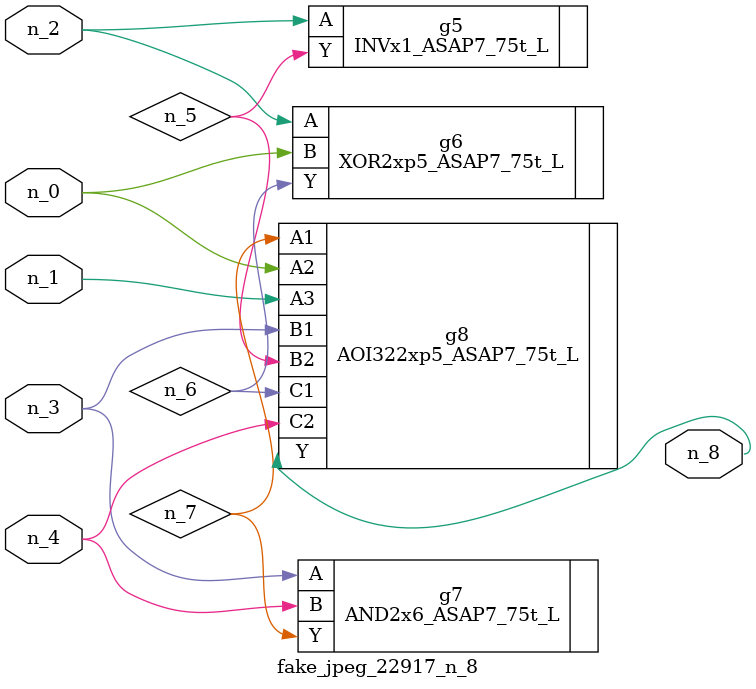
<source format=v>
module fake_jpeg_22917_n_8 (n_3, n_2, n_1, n_0, n_4, n_8);

input n_3;
input n_2;
input n_1;
input n_0;
input n_4;

output n_8;

wire n_6;
wire n_5;
wire n_7;

INVx1_ASAP7_75t_L g5 ( 
.A(n_2),
.Y(n_5)
);

XOR2xp5_ASAP7_75t_L g6 ( 
.A(n_2),
.B(n_0),
.Y(n_6)
);

AND2x6_ASAP7_75t_L g7 ( 
.A(n_3),
.B(n_4),
.Y(n_7)
);

AOI322xp5_ASAP7_75t_L g8 ( 
.A1(n_7),
.A2(n_0),
.A3(n_1),
.B1(n_3),
.B2(n_5),
.C1(n_6),
.C2(n_4),
.Y(n_8)
);


endmodule
</source>
